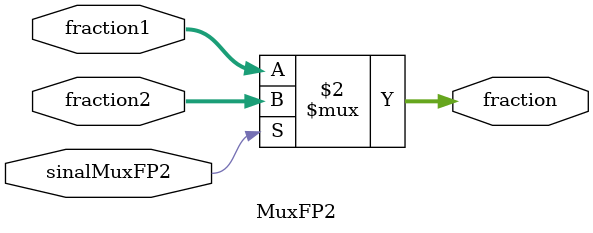
<source format=v>
module fd(multiplicador, multiplicando, produto, clock, sinalMuxFP1, sinalMuxFP2, sinalRound, sinalShiftRes, sinalIncOrDec, round_fract, ula, reset);

input [31:0] multiplicador;
input [31:0] multiplicando;
input sinalMuxFP1, sinalMuxFP2, sinalRound;
input [8:0] sinalIncOrDec;
input [8:0] sinalShiftRes;
input clock, reset;
output [31:0] produto;
output [53:0] ula;
output [25:0] round_fract;

wire [7:0] soma_exp;
wire sinal;
wire [7:0] mux1_out;
wire [27:0] mux2_out;
wire [7:0] round_exp_out;
wire [7:0] round_exp_in;
wire [25:0] round_fract_out;

wire [27:0] shift_res_out;
wire [53:0] ula_out;

assign sinal = multiplicador[31]^multiplicando[31]; //  0 1 -> 1, 1 0 -> 1, 0 0 -> 0, 1 1 -> 0
assign ula = ula_out; // Saida da ula
assign round_fract = round_fract_out;
assign produto = {shift_res_out[27], round_exp_out, round_fract_out[25:3]};


ULA_exp ULA_exp(
    .exp1(multiplicador[30:23]),
    .exp2(multiplicando[30:23]),
    .soma_exp(soma_exp)
);

MuxFP1 mux_fp1 (
    .exp1(soma_exp),
    .exp2(round_exp_out),
    .sinalMuxFP1(sinalMuxFP1),
    .exp(mux1_out)

);

shift_res shift_res (
    .b(mux2_out),
    .sinal(sinalShiftRes),
    .res(shift_res_out)
);

MuxFP2 mux_fp2 (
    .fraction1({sinal,ula_out[53:27]}),
    .fraction2({sinal, 1'b1, round_fract}),
    .sinalMuxFP2(sinalMuxFP2),
    .fraction(mux2_out)
);

ULA_Float ula_f(
    .multiplicador({1'b1, multiplicador[22:0], 3'b000}),
    .multiplicando({1'b1, multiplicando[22:0], 3'b000}),
    .produto(ula_out),
    .reset(reset),
    .clock(clock)
);

ULA_exp_one ula_exp_one(
    .b(mux1_out),
    .sinal(sinalIncOrDec),
    .res(round_exp_in)
);

round round(
    .exp_inicial(round_exp_in),
    .exp_final(round_exp_out),
    .fract_inicial(shift_res_out[26:1]),
    .fract_final(round_fract_out),
    .clock(clock),
    .sinal(sinalRound)
);

endmodule

module ULA_exp(exp1, exp2, soma_exp);

input [7:0] exp1;
input [7:0] exp2;
output [7:0] soma_exp;

assign soma_exp = (exp1-127) + (exp2-127) + 2'b10; 

endmodule

module round(exp_inicial, fract_inicial, exp_final, fract_final, sinal, clock);

input clock;
input [7:0] exp_inicial;
output reg [7:0] exp_final;
input [25:0] fract_inicial;
output reg [25:0] fract_final;
wire [25:0] arredondado;
input sinal;

assign arredondado = (fract_inicial[2:0] == 3'b111) ? ({fract_inicial[25:3]+1'b1, 3'b000}):
                           (fract_inicial[2:0] == 3'b101) ? ({fract_inicial[25:3]+1'b1, 3'b000}):
                           (fract_inicial[2:0] == 3'b110) ? ({fract_inicial[25:3]+1'b1, 3'b000}):
                           (fract_inicial[2:0] == 3'b100 && fract_inicial[3]==1'b1) ? ({fract_inicial[25:3]+1'b1, 3'b000}):
                            {fract_inicial[25:3], 3'b000};

always @(posedge clock)
begin   
    if(sinal) begin
        fract_final <= arredondado; 
    end
    else begin
        fract_final <= fract_inicial;
    end
    exp_final <= exp_inicial;

end
                           
endmodule

module ULA_exp_one (b, sinal, res);

input [7:0] b; 
input [8:0] sinal;
output [7:0] res;

assign res = (sinal[8] == 1'b0) ? (b+sinal[7:0]+127):
                                  (b-sinal[7:0]+127); 
     
endmodule

module shift_res(b, sinal, res);

input [27:0] b;
input [8:0] sinal; //o bit mais significativo pra indicar se é direita ou esquerda e 8 bits do expoente. Ainda nao sei exatamente qual será esse sinal 
output [27:0] res;

assign res = (sinal[8] == 1)? {b[27], b[26:0] << sinal[7:0]}:
                            {b[27], b[26:0] >> sinal[7:0]};

endmodule

module MuxFP1 (exp1, exp2, sinalMuxFP1, exp);

input [7:0] exp1;
input [7:0] exp2;
output [7:0] exp; // Será incrementado ou decrementado
input sinalMuxFP1;

assign exp = (sinalMuxFP1 == 1'b0) ? (exp1) : (exp2);

endmodule

module MuxFP2 (fraction1, fraction2, sinalMuxFP2, fraction);

input [27:0] fraction1;
input [27:0] fraction2;
output [27:0] fraction; // receberá shift para a direita ou esquerda
input sinalMuxFP2;

assign fraction = (sinalMuxFP2 == 1'b0) ? (fraction1) : (fraction2);

endmodule
</source>
